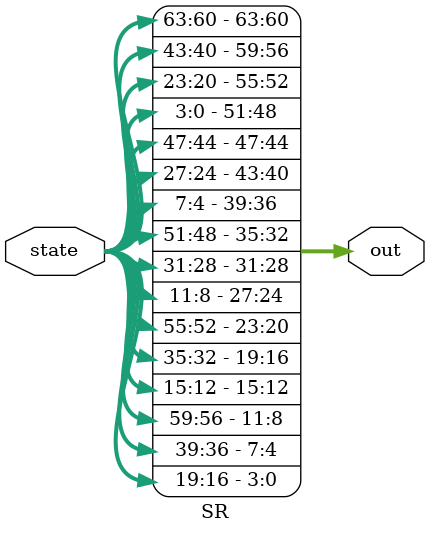
<source format=v>
module SR(state, out);
    input  [63:0] state;
    output [63:0] out;

    assign out =
    {
    state[63:60], state[43:40],
    state[23:20], state[3:0],
    state[47:44], state[27:24],
    state[7:4],   state[51:48],
    state[31:28], state[11:8],
    state[55:52], state[35:32],
    state[15:12], state[59:56],
    state[39:36], state[19:16]
    };

endmodule
</source>
